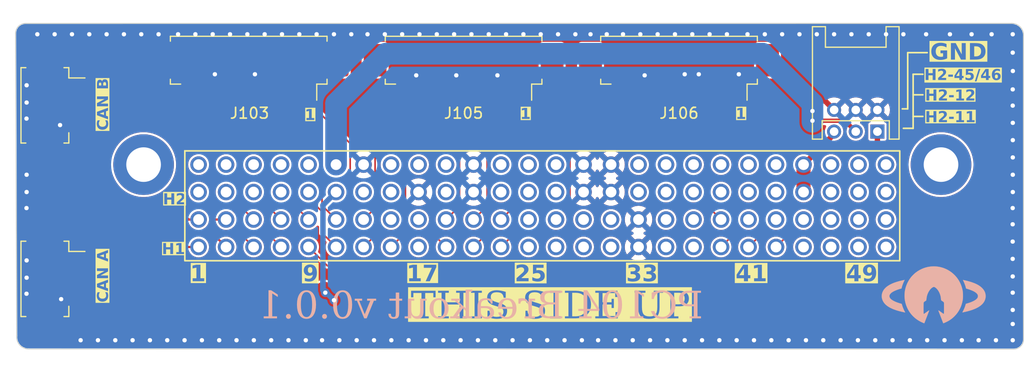
<source format=kicad_pcb>
(kicad_pcb (version 20240108) (generator "pcbnew") (generator_version "8.0")
  (layers (0 "F.Cu" signal) (31 "B.Cu" power) (34 "B.Paste" user) (35 "F.Paste" user) (36 "B.SilkS" user "B.Silkscreen") (37 "F.SilkS" user "F.Silkscreen") (38 "B.Mask" user) (39 "F.Mask" user) (44 "Edge.Cuts" user))
  (net 0 "")
  (net 1 "/CAN_A_N")
  (net 2 "/CAN_B_N")
  (net 3 "/CAN_A_P")
  (net 4 "/CAN_B_P")
  (net 5 "/UART_0_0")
  (net 6 "/UART_1_0")
  (net 7 "/UART_0_1")
  (net 8 "/UART_1_1")
  (net 10 "/SPI_MOSI")
  (net 11 "/SPI_CLK")
  (net 12 "/SPI_MISO")
  (net 13 "/UART_2_0")
  (net 14 "/PPS")
  (net 15 "/UART_2_1")
  (net 19 "/UART_3_0")
  (net 20 "/UART_3_1")
  (net 21 "/I2C_1_SCL")
  (net 22 "/UART_4_0")
  (net 23 "/I2C_1_SDA")
  (net 24 "/UART_4_1")
  (net 30 "GND")
  (net 35 "/UART_5_1")
  (net 36 "/UART_5_0")
  (net 37 "/I2C_0_SDA")
  (net 39 "/I2C_0_SCL")
  (net 57 "/VBAT_L1")
  (net 58 "/VBAT_L2")
  (net 66 "/SPI_CS")
  (net 80 "/VBAT_L0")
  (footprint "Connector_Molex:Molex_PicoBlade_53261-1071_1x10-1MP_P1.25mm_Horizontal" (layer "F.Cu") (at 123.025 67.3 180)
    (property "Reference" "J103")
    (property "Value" "Molex_PicoBlade_1x10_Horizontal")
  )
  (footprint "Connector_Molex:Molex_PicoBlade_53261-1071_1x10-1MP_P1.25mm_Horizontal" (layer "F.Cu") (at 142.875 67.3 180)
    (property "Reference" "J105")
    (property "Value" "Molex_PicoBlade_1x10_Horizontal")
  )
  (footprint "Connector_Molex:Molex_PicoBlade_53261-0471_1x04-1MP_P1.25mm_Horizontal" (layer "F.Cu") (at 104.7 87.025 -90)
    (property "Reference" "J102" (hide yes))
    (property "Value" "1x4_Molex_PicoBlade_Hor")
  )
  (footprint "PC104-FlatSat:PC_104" (layer "F.Cu") (at 151.415441 80.266235)
    (property "Reference" "H101" (hide yes))
    (property "Value" "PC_104" (hide yes))
  )
  (footprint "Connector_Molex:Molex_PicoBlade_53261-0471_1x04-1MP_P1.25mm_Horizontal" (layer "F.Cu") (at 104.7 70.975 -90)
    (property "Reference" "J101" (hide yes))
    (property "Value" "1x4_Molex_PicoBlade_Hor")
  )
  (footprint "lsf-kicad-lib:hrs-df11-6dp-2ds" (layer "F.Cu") (at 181.1 73.4)
    (property "Reference" "J104" (hide yes))
    (property "Value" "DF11-6DP_Horizontal")
  )
  (footprint "Connector_Molex:Molex_PicoBlade_53261-1071_1x10-1MP_P1.25mm_Horizontal" (layer "F.Cu") (at 162.775 67.3 180)
    (property "Reference" "J106")
    (property "Value" "Molex_PicoBlade_1x10_Horizontal")
  )
  (footprint "lsf-kicad-lib:lsf-logo-10x6" (layer "B.Cu") (at 186.3 88.5 180)
    (property "Reference" "REF**" (hide yes))
    (property "Value" "lsf-logo-10x6" (hide yes))
  )
  (gr_line (start 184.4 68.1) (end 185.3 68.1) (stroke (width 0.15)) (layer "F.SilkS"))
  (gr_line (start 184.4 73.1) (end 184.4 68.1) (stroke (width 0.15)) (layer "F.SilkS"))
  (gr_line (start 183.5 73.1) (end 184.4 73.1) (stroke (width 0.15)) (layer "F.SilkS"))
  (gr_line (start 184.4 70) (end 185.3 70) (stroke (width 0.15)) (layer "F.SilkS"))
  (gr_line (start 184.4 72) (end 185.3 72) (stroke (width 0.15)) (layer "F.SilkS"))
  (gr_line (start 183.9 66.1) (end 185.7 66.1) (stroke (width 0.15)) (layer "F.SilkS"))
  (gr_line (start 183.9 71.3) (end 183.9 66.1) (stroke (width 0.15)) (layer "F.SilkS"))
  (gr_line (start 183.4 71.3) (end 183.9 71.3) (stroke (width 0.15)) (layer "F.SilkS"))
  (gr_line (start 193.495441 63.395464) (end 102.417395 63.4) (stroke (width 0.1)) (layer "Edge.Cuts"))
  (gr_arc (start 193.495441 63.395464) (mid 194.311056 63.755153) (end 194.595441 64.6) (stroke (width 0.1)) (layer "Edge.Cuts"))
  (gr_line (start 101.6 92.3) (end 101.495441 64.321954) (stroke (width 0.1)) (layer "Edge.Cuts"))
  (gr_line (start 194.6 92.6) (end 194.595441 64.6) (stroke (width 0.1)) (layer "Edge.Cuts"))
  (gr_line (start 102.7 93.504535) (end 193.678046 93.521954) (stroke (width 0.1)) (layer "Edge.Cuts"))
  (gr_arc (start 101.495441 64.321954) (mid 101.765456 63.669997) (end 102.417395 63.4) (stroke (width 0.1)) (layer "Edge.Cuts"))
  (gr_arc (start 102.7 93.504535) (mid 101.884424 93.144812) (end 101.6 92.3) (stroke (width 0.1)) (layer "Edge.Cuts"))
  (gr_arc (start 194.6 92.6) (mid 194.329942 93.251896) (end 193.678046 93.521954) (stroke (width 0.1)) (layer "Edge.Cuts"))
  (gr_text "PC104 Breakout v0.0.1" (at 165 91.1 0) (layer "B.SilkS") (effects (font (size 2.5 2.5)) (justify left bottom mirror)))
  (gr_text "H2-45/46" (at 185.426937 68.8 0) (layer "F.SilkS" knockout) (effects (font (size 1 1) (thickness 0.2) (bold yes)) (justify left bottom)))
  (gr_text "25" (at 147.6 87.5 0) (layer "F.SilkS" knockout) (effects (font (size 1.5 1.5) (thickness 0.3) (bold yes)) (justify left bottom)))
  (gr_text "GND" (at 185.974529 67 0) (layer "F.SilkS" knockout) (effects (font (size 1.5 1.5) (thickness 0.2) (bold yes)) (justify left bottom)))
  (gr_text "H2-12" (at 185.5 70.7 0) (layer "F.SilkS" knockout) (effects (font (size 1 1) (thickness 0.2) (bold yes)) (justify left bottom)))
  (gr_text "17" (at 137.6 87.5 0) (layer "F.SilkS" knockout) (effects (font (size 1.5 1.5) (thickness 0.2) (bold yes)) (justify left bottom)))
  (gr_text "1" (at 168 72.4 0) (layer "F.SilkS" knockout) (effects (font (size 1 1) (thickness 0.2) (bold yes)) (justify left bottom)))
  (gr_text "1" (at 148.1 72.4 0) (layer "F.SilkS" knockout) (effects (font (size 1 1) (thickness 0.2) (bold yes)) (justify left bottom)))
  (gr_text "H2-11" (at 185.5 72.7 0) (layer "F.SilkS" knockout) (effects (font (size 1 1) (thickness 0.2) (bold yes)) (justify left bottom)))
  (gr_text "THIS SIDE UP" (at 137.990759 91.1 0) (layer "F.SilkS" knockout) (effects (font (size 2.5 2.5)) (justify left bottom)))
  (gr_text "H2" (at 115.1 80.3 0) (layer "F.SilkS" knockout) (effects (font (size 1 1) (thickness 0.2) (bold yes)) (justify left bottom)))
  (gr_text "49" (at 178.2 87.5 0) (layer "F.SilkS" knockout) (effects (font (size 1.5 1.5) (thickness 0.2) (bold yes)) (justify left bottom)))
  (gr_text "CAN A" (at 110.2 89.2 90) (layer "F.SilkS" knockout) (effects (font (size 1 1) (thickness 0.2) (bold yes)) (justify left bottom)))
  (gr_text "1" (at 117.6 87.5 0) (layer "F.SilkS" knockout) (effects (font (size 1.5 1.5) (thickness 0.2) (bold yes)) (justify left bottom)))
  (gr_text "9" (at 128 87.5 0) (layer "F.SilkS" knockout) (effects (font (size 1.5 1.5) (thickness 0.3) (bold yes)) (justify left bottom)))
  (gr_text "H1" (at 115 84.9 0) (layer "F.SilkS" knockout) (effects (font (size 1 1) (thickness 0.2) (bold yes)) (justify left bottom)))
  (gr_text "CAN B" (at 110.2 73.3 90) (layer "F.SilkS" knockout) (effects (font (size 1 1) (thickness 0.2) (bold yes)) (justify left bottom)))
  (gr_text "33" (at 157.9 87.5 0) (layer "F.SilkS" knockout) (effects (font (size 1.5 1.5) (thickness 0.3) (bold yes)) (justify left bottom)))
  (gr_text "1" (at 128.2 72.5 0) (layer "F.SilkS" knockout) (effects (font (size 1 1) (thickness 0.2) (bold yes)) (justify left bottom)))
  (gr_text "41" (at 168 87.5 0) (layer "F.SilkS" knockout) (effects (font (size 1.5 1.5) (thickness 0.3) (bold yes)) (justify left bottom)))
  (segment (start 108.700001 87.25) (end 108.300001 87.65) (width 0.2) (layer "F.Cu") (net 1))
  (segment (start 116.573765 84.076235) (end 116.15 84.5) (width 0.2) (layer "F.Cu") (net 1))
  (segment (start 116.15 84.5) (end 113.4682 84.5) (width 0.2) (layer "F.Cu") (net 1))
  (segment (start 118.395441 84.076235) (end 116.573765 84.076235) (width 0.2) (layer "F.Cu") (net 1))
  (segment (start 110.7182 87.25) (end 108.700001 87.25) (width 0.2) (layer "F.Cu") (net 1))
  (segment (start 108.300001 87.65) (end 107.1 87.65) (width 0.2) (layer "F.Cu") (net 1))
  (segment (start 113.4682 84.5) (end 110.7182 87.25) (width 0.2) (layer "F.Cu") (net 1))
  (segment (start 109 71.4) (end 108.500001 71.4) (width 0.2) (layer "F.Cu") (net 2))
  (segment (start 108.500001 71.4) (end 108.300001 71.6) (width 0.2) (layer "F.Cu") (net 2))
  (segment (start 109.475 71.875) (end 109 71.4) (width 0.2) (layer "F.Cu") (net 2))
  (segment (start 116.95 81) (end 111.1318 81) (width 0.2) (layer "F.Cu") (net 2))
  (segment (start 108.300001 71.6) (end 107.1 71.6) (width 0.2) (layer "F.Cu") (net 2))
  (segment (start 118.395441 81.536235) (end 117.486235 81.536235) (width 0.2) (layer "F.Cu") (net 2))
  (segment (start 111.1318 81) (end 109.475 79.3432) (width 0.2) (layer "F.Cu") (net 2))
  (segment (start 117.486235 81.536235) (end 116.95 81) (width 0.2) (layer "F.Cu") (net 2))
  (segment (start 109.475 79.3432) (end 109.475 71.875) (width 0.2) (layer "F.Cu") (net 2))
  (segment (start 116.75 82.95) (end 115.8 83.9) (width 0.2) (layer "F.Cu") (net 3))
  (segment (start 115.8 83.9) (end 113.4318 83.9) (width 0.2) (layer "F.Cu") (net 3))
  (segment (start 110.5318 86.8) (end 108.700001 86.8) (width 0.2) (layer "F.Cu") (net 3))
  (segment (start 113.4318 83.9) (end 110.5318 86.8) (width 0.2) (layer "F.Cu") (net 3))
  (segment (start 108.300001 86.4) (end 107.1 86.4) (width 0.2) (layer "F.Cu") (net 3))
  (segment (start 120.935441 84.076235) (end 119.809206 82.95) (width 0.2) (layer "F.Cu") (net 3))
  (segment (start 119.809206 82.95) (end 116.75 82.95) (width 0.2) (layer "F.Cu") (net 3))
  (segment (start 108.700001 86.8) (end 108.300001 86.4) (width 0.2) (layer "F.Cu") (net 3))
  (segment (start 109.925 71.7068) (end 109.1182 70.9) (width 0.2) (layer "F.Cu") (net 4))
  (segment (start 108.15 70.35) (end 107.1 70.35) (width 0.2) (layer "F.Cu") (net 4))
  (segment (start 119.897336 81.536235) (end 118.711101 80.35) (width 0.2) (layer "F.Cu") (net 4))
  (segment (start 120.935441 81.536235) (end 119.897336 81.536235) (width 0.2) (layer "F.Cu") (net 4))
  (segment (start 108.7 70.9) (end 108.15 70.35) (width 0.2) (layer "F.Cu") (net 4))
  (segment (start 111.1182 80.35) (end 109.925 79.1568) (width 0.2) (layer "F.Cu") (net 4))
  (segment (start 109.925 79.1568) (end 109.925 71.7068) (width 0.2) (layer "F.Cu") (net 4))
  (segment (start 118.711101 80.35) (end 111.1182 80.35) (width 0.2) (layer "F.Cu") (net 4))
  (segment (start 109.1182 70.9) (end 108.7 70.9) (width 0.2) (layer "F.Cu") (net 4))
  (segment (start 119.5 75.997127) (end 119.5 79.9) (width 0.15) (layer "F.Cu") (net 5))
  (segment (start 117.4 73.897127) (end 119.5 75.997127) (width 0.15) (layer "F.Cu") (net 5))
  (segment (start 120 80.4) (end 121.265746 80.4) (width 0.15) (layer "F.Cu") (net 5))
  (segment (start 122.1 81.234254) (end 122.1 82.700794) (width 0.15) (layer "F.Cu") (net 5))
  (segment (start 122.1 82.700794) (end 123.475441 84.076235) (width 0.15) (layer "F.Cu") (net 5))
  (segment (start 121.265746 80.4) (end 122.1 81.234254) (width 0.15) (layer "F.Cu") (net 5))
  (segment (start 119.5 79.9) (end 120 80.4) (width 0.15) (layer "F.Cu") (net 5))
  (segment (start 117.4 69.7) (end 117.4 73.897127) (width 0.15) (layer "F.Cu") (net 5))
  (segment (start 123.475441 81.536235) (end 122.1 80.160794) (width 0.15) (layer "F.Cu") (net 6))
  (segment (start 121.15 74.85) (end 121.15 69.7) (width 0.15) (layer "F.Cu") (net 6))
  (segment (start 122.1 75.8) (end 121.15 74.85) (width 0.15) (layer "F.Cu") (net 6))
  (segment (start 122.1 80.160794) (end 122.1 75.8) (width 0.15) (layer "F.Cu") (net 6))
  (segment (start 122.4 81) (end 122.4 82.3) (width 0.15) (layer "F.Cu") (net 7))
  (segment (start 120.2 80.1) (end 121.5 80.1) (width 0.15) (layer "F.Cu") (net 7))
  (segment (start 118.65 69.7) (end 118.65 74.65) (width 0.15) (layer "F.Cu") (net 7))
  (segment (start 124.839206 82.9) (end 126.015441 84.076235) (width 0.15) (layer "F.Cu") (net 7))
  (segment (start 121.5 80.1) (end 122.4 81) (width 0.15) (layer "F.Cu") (net 7))
  (segment (start 119.898441 75.898441) (end 119.898441 79.798441) (width 0.15) (layer "F.Cu") (net 7))
  (segment (start 123 82.9) (end 124.839206 82.9) (width 0.15) (layer "F.Cu") (net 7))
  (segment (start 118.65 74.65) (end 119.898441 75.898441) (width 0.15) (layer "F.Cu") (net 7))
  (segment (start 119.898441 79.798441) (end 120.2 80.1) (width 0.15) (layer "F.Cu") (net 7))
  (segment (start 122.4 82.3) (end 123 82.9) (width 0.15) (layer "F.Cu") (net 7))
  (segment (start 124.779206 80.3) (end 122.8 80.3) (width 0.15) (layer "F.Cu") (net 8))
  (segment (start 122.8 80.3) (end 122.4 79.9) (width 0.15) (layer "F.Cu") (net 8))
  (segment (start 122.4 79.9) (end 122.4 69.7) (width 0.15) (layer "F.Cu") (net 8))
  (segment (start 126.015441 81.536235) (end 124.779206 80.3) (width 0.15) (layer "F.Cu") (net 8))
  (segment (start 127.219206 80.2) (end 125.2 80.2) (width 0.15) (layer "F.Cu") (net 10))
  (segment (start 124.9 79.9) (end 124.9 69.7) (width 0.15) (layer "F.Cu") (net 10))
  (segment (start 125.2 80.2) (end 124.9 79.9) (width 0.15) (layer "F.Cu") (net 10))
  (segment (start 128.555441 81.536235) (end 127.219206 80.2) (width 0.15) (layer "F.Cu") (net 10))
  (segment (start 126.15 69.7) (end 126.15 74.35) (width 0.15) (layer "F.Cu") (net 11))
  (segment (start 129.8 82.780794) (end 131.095441 84.076235) (width 0.15) (layer "F.Cu") (net 11))
  (segment (start 127.3 75.5) (end 127.3 79.4) (width 0.15) (layer "F.Cu") (net 11))
  (segment (start 127.3 79.4) (end 128.1 80.2) (width 0.15) (layer "F.Cu") (net 11))
  (segment (start 126.15 74.35) (end 127.3 75.5) (width 0.15) (layer "F.Cu") (net 11))
  (segment (start 128.1 80.2) (end 129.2 80.2) (width 0.15) (layer "F.Cu") (net 11))
  (segment (start 129.2 80.2) (end 129.8 80.8) (width 0.15) (layer "F.Cu") (net 11))
  (segment (start 129.8 80.8) (end 129.8 82.780794) (width 0.15) (layer "F.Cu") (net 11))
  (segment (start 129.8 80.240794) (end 129.8 73.7) (width 0.15) (layer "F.Cu") (net 12))
  (segment (start 129.8 73.7) (end 127.4 71.3) (width 0.15) (layer "F.Cu") (net 12))
  (segment (start 127.4 71.3) (end 127.4 69.7) (width 0.15) (layer "F.Cu") (net 12))
  (segment (start 131.095441 81.536235) (end 129.8 80.240794) (width 0.15) (layer "F.Cu") (net 12))
  (segment (start 138.9 72.6) (end 139.75 71.75) (width 0.15) (layer "F.Cu") (net 13))
  (segment (start 137.8 72.6) (end 138.9 72.6) (width 0.15) (layer "F.Cu") (net 13))
  (segment (start 139.75 71.75) (end 139.75 69.7) (width 0.15) (layer "F.Cu") (net 13))
  (segment (start 135.138441 82.573235) (end 135.138441 75.261559) (width 0.15) (layer "F.Cu") (net 13))
  (segment (start 133.635441 84.076235) (end 135.138441 82.573235) (width 0.15) (layer "F.Cu") (net 13))
  (segment (start 135.138441 75.261559) (end 137.8 72.6) (width 0.15) (layer "F.Cu") (net 13))
  (segment (start 134.7 80.471676) (end 134.7 75) (width 0.15) (layer "F.Cu") (net 14))
  (segment (start 133.635441 81.536235) (end 134.7 80.471676) (width 0.15) (layer "F.Cu") (net 14))
  (segment (start 134.7 75) (end 137.25 72.45) (width 0.15) (layer "F.Cu") (net 14))
  (segment (start 137.25 72.45) (end 137.25 69.7) (width 0.15) (layer "F.Cu") (net 14))
  (segment (start 141 71.2) (end 139.2 73) (width 0.15) (layer "F.Cu") (net 15))
  (segment (start 137.5 73.8) (end 137.5 82.751676) (width 0.15) (layer "F.Cu") (net 15))
  (segment (start 141 69.7) (end 141 71.2) (width 0.15) (layer "F.Cu") (net 15))
  (segment (start 137.5 82.751676) (end 136.175441 84.076235) (width 0.15) (layer "F.Cu") (net 15))
  (segment (start 138.3 73) (end 137.5 73.8) (width 0.15) (layer "F.Cu") (net 15))
  (segment (start 139.2 73) (end 138.3 73) (width 0.15) (layer "F.Cu") (net 15))
  (segment (start 140.218441 83.039235) (end 140.218441 73.881559) (width 0.15) (layer "F.Cu") (net 19))
  (segment (start 142.7 73.1) (end 143.5 72.3) (width 0.15) (layer "F.Cu") (net 19))
  (segment (start 141.255441 84.076235) (end 140.218441 83.039235) (width 0.15) (layer "F.Cu") (net 19))
  (segment (start 143.5 72.3) (end 143.5 69.7) (width 0.15) (layer "F.Cu") (net 19))
  (segment (start 140.218441 73.881559) (end 141 73.1) (width 0.15) (layer "F.Cu") (net 19))
  (segment (start 141 73.1) (end 142.7 73.1) (width 0.15) (layer "F.Cu") (net 19))
  (segment (start 144.75 71.65) (end 142.5 73.9) (width 0.15) (layer "F.Cu") (net 20))
  (segment (start 144.75 69.7) (end 144.75 71.65) (width 0.15) (layer "F.Cu") (net 20))
  (segment (start 142.5 73.9) (end 142.5 80.291676) (width 0.15) (layer "F.Cu") (net 20))
  (segment (start 142.5 80.291676) (end 141.255441 81.536235) (width 0.15) (layer "F.Cu") (net 20))
  (segment (start 157.15 71.35) (end 157.15 69.7) (width 0.15) (layer "F.Cu") (net 21))
  (segment (start 145.298441 82.573235) (end 146.764981 82.573235) (width 0.15) (layer "F.Cu") (net 21))
  (segment (start 150.3 79.038216) (end 150.3 75.2) (width 0.15) (layer "F.Cu") (net 21))
  (segment (start 156.3 72.2) (end 157.15 71.35) (width 0.15) (layer "F.Cu") (net 21))
  (segment (start 150.3 75.2) (end 153.3 72.2) (width 0.15) (layer "F.Cu") (net 21))
  (segment (start 146.764981 82.573235) (end 147.8 81.538216) (width 0.15) (layer "F.Cu") (net 21))
  (segment (start 143.795441 84.076235) (end 145.298441 82.573235) (width 0.15) (layer "F.Cu") (net 21))
  (segment (start 147.8 80.9) (end 148.666765 80.033235) (width 0.15) (layer "F.Cu") (net 21))
  (segment (start 147.8 81.538216) (end 147.8 80.9) (width 0.15) (layer "F.Cu") (net 21))
  (segment (start 149.304981 80.033235) (end 150.3 79.038216) (width 0.15) (layer "F.Cu") (net 21))
  (segment (start 153.3 72.2) (end 156.3 72.2) (width 0.15) (layer "F.Cu") (net 21))
  (segment (start 148.666765 80.033235) (end 149.304981 80.033235) (width 0.15) (layer "F.Cu") (net 21))
  (segment (start 145.05 73.85) (end 147.25 71.65) (width 0.15) (layer "F.Cu") (net 22))
  (segment (start 145.05 80.281676) (end 145.05 73.85) (width 0.15) (layer "F.Cu") (net 22))
  (segment (start 147.25 71.65) (end 147.25 69.7) (width 0.15) (layer "F.Cu") (net 22))
  (segment (start 143.795441 81.536235) (end 145.05 80.281676) (width 0.15) (layer "F.Cu") (net 22))
  (segment (start 152 80.3) (end 150.7 80.3) (width 0.15) (layer "F.Cu") (net 23))
  (segment (start 150.1 82.2) (end 149.4 82.9) (width 0.15) (layer "F.Cu") (net 23))
  (segment (start 147.511676 82.9) (end 146.335441 84.076235) (width 0.15) (layer "F.Cu") (net 23))
  (segment (start 150.7 80.3) (end 150.1 80.9) (width 0.15) (layer "F.Cu") (net 23))
  (segment (start 149.4 82.9) (end 147.511676 82.9) (width 0.15) (layer "F.Cu") (net 23))
  (segment (start 158.4 69.7) (end 158.4 71.2) (width 0.15) (layer "F.Cu") (net 23))
  (segment (start 150.1 80.9) (end 150.1 82.2) (width 0.15) (layer "F.Cu") (net 23))
  (segment (start 156.9 72.7) (end 154.5 72.7) (width 0.15) (layer "F.Cu") (net 23))
  (segment (start 158.4 71.2) (end 156.9 72.7) (width 0.15) (layer "F.Cu") (net 23))
  (segment (start 152.7 74.5) (end 152.7 79.6) (width 0.15) (layer "F.Cu") (net 23))
  (segment (start 154.5 72.7) (end 152.7 74.5) (width 0.15) (layer "F.Cu") (net 23))
  (segment (start 152.7 79.6) (end 152 80.3) (width 0.15) (layer "F.Cu") (net 23))
  (segment (start 147.6 80.271676) (end 146.335441 81.536235) (width 0.15) (layer "F.Cu") (net 24))
  (segment (start 148.5 71.7) (end 147.6 72.6) (width 0.15) (layer "F.Cu") (net 24))
  (segment (start 147.6 72.6) (end 147.6 80.271676) (width 0.15) (layer "F.Cu") (net 24))
  (segment (start 148.5 69.7) (end 148.5 71.7) (width 0.15) (layer "F.Cu") (net 24))
  (segment (start 163.4 69.7) (end 163.4 68.2) (width 0.5) (layer "F.Cu") (net 30))
  (segment (start 159.65 68.25) (end 159.6 68.2) (width 0.5) (layer "F.Cu") (net 30))
  (segment (start 123.65 69.7) (end 123.65 68.15) (width 0.5) (layer "F.Cu") (net 30))
  (segment (start 123.65 68.15) (end 123.6 68.1) (width 0.5) (layer "F.Cu") (net 30))
  (segment (start 138.5 69.7) (end 138.5 68.2) (width 0.5) (layer "F.Cu") (net 30))
  (segment (start 107.1 88.9) (end 105.7 88.9) (width 0.5) (layer "F.Cu") (net 30))
  (segment (start 168.4 68.2) (end 168.3 68.1) (width 0.5) (layer "F.Cu") (net 30))
  (segment (start 142.25 68.25) (end 142.2 68.2) (width 0.5) (layer "F.Cu") (net 30))
  (segment (start 146 69.7) (end 146 68.2) (width 0.5) (layer "F.Cu") (net 30))
  (segment (start 119.9 69.7) (end 119.9 68.1) (width 0.5) (layer "F.Cu") (net 30))
  (segment (start 105.65 72.85) (end 105.6 72.8) (width 0.5) (layer "F.Cu") (net 30))
  (segment (start 168.4 69.7) (end 168.4 68.2) (width 0.5) (layer "F.Cu") (net 30))
  (segment (start 142.25 69.7) (end 142.25 68.25) (width 0.5) (layer "F.Cu") (net 30))
  (segment (start 164.65 69.7) (end 164.65 68.15) (width 0.5) (layer "F.Cu") (net 30))
  (segment (start 159.65 69.7) (end 159.65 68.25) (width 0.5) (layer "F.Cu") (net 30))
  (segment (start 163.4 68.2) (end 163.3 68.1) (width 0.5) (layer "F.Cu") (net 30))
  (segment (start 107.1 72.85) (end 105.65 72.85) (width 0.5) (layer "F.Cu") (net 30))
  (segment (start 164.65 68.15) (end 164.6 68.1) (width 0.5) (layer "F.Cu") (net 30))
  (via (at 145.8 92.7) (size 0.8) (drill 0.4) (layers "F.Cu" "B.Cu") (net 30))
  (via (at 150.6 92.7) (size 0.8) (drill 0.4) (layers "F.Cu" "B.Cu") (net 30))
  (via (at 178.7 64.4) (size 0.8) (drill 0.4) (layers "F.Cu" "B.Cu") (net 30))
  (via (at 136.2 92.7) (size 0.8) (drill 0.4) (layers "F.Cu" "B.Cu") (net 30))
  (via (at 102.511339 78.993204) (size 0.8) (drill 0.4) (layers "F.Cu" "B.Cu") (net 30))
  (via (at 193.595441 80.476235) (size 0.8) (drill 0.4) (layers "F.Cu" "B.Cu") (net 30))
  (via (at 142.6 92.7) (size 0.8) (drill 0.4) (layers "F.Cu" "B.Cu") (net 30))
  (via (at 182.5 92.7) (size 0.8) (drill 0.4) (layers "F.Cu" "B.Cu") (net 30))
  (via (at 174.5 92.7) (size 0.8) (drill 0.4) (layers "F.Cu" "B.Cu") (net 30))
  (via (at 138.8 64.4) (size 0.8) (drill 0.4) (layers "F.Cu" "B.Cu") (net 30))
  (via (at 143.6 64.4) (size 0.8) (drill 0.4) (layers "F.Cu" "B.Cu") (net 30))
  (via (at 173.9 64.4) (size 0.8) (drill 0.4) (layers "F.Cu" "B.Cu") (net 30))
  (via (at 119.7 64.4) (size 0.8) (drill 0.4) (layers "F.Cu" "B.Cu") (net 30))
  (via (at 164 64.4) (size 0.8) (drill 0.4) (layers "F.Cu" "B.Cu") (net 30))
  (via (at 127.7 64.4) (size 0.8) (drill 0.4) (layers "F.Cu" "B.Cu") (net 30))
  (via (at 169.7 92.7) (size 0.8) (drill 0.4) (layers "F.Cu" "B.Cu") (net 30))
  (via (at 152.2 92.7) (size 0.8) (drill 0.4) (layers "F.Cu" "B.Cu") (net 30))
  (via (at 105.1 64.4) (size 0.8) (drill 0.4) (layers "F.Cu" "B.Cu") (net 30))
  (via (at 151.6 64.4) (size 0.8) (drill 0.4) (layers "F.Cu" "B.Cu") (net 30))
  (via (at 169.1 64.4) (size 0.8) (drill 0.4) (layers "F.Cu" "B.Cu") (net 30))
  (via (at 124.5 64.4) (size 0.8) (drill 0.4) (layers "F.Cu" "B.Cu") (net 30))
  (via (at 159.6 68.2) (size 0.8) (drill 0.4) (layers "F.Cu" "B.Cu") (net 30))
  (via (at 115.5 92.7) (size 0.8) (drill 0.4) (layers "F.Cu" "B.Cu") (net 30))
  (via (at 167.2 64.4) (size 0.8) (drill 0.4) (layers "F.Cu" "B.Cu") (net 30))
  (via (at 105.7 88.9) (size 0.8) (drill 0.4) (layers "F.Cu" "B.Cu") (net 30))
  (via (at 175.5 64.4) (size 0.8) (drill 0.4) (layers "F.Cu" "B.Cu") (net 30))
  (via (at 103.5 64.4) (size 0.8) (drill 0.4) (layers "F.Cu" "B.Cu") (net 30))
  (via (at 189.8 64.4) (size 0.8) (drill 0.4) (layers "F.Cu" "B.Cu") (net 30))
  (via (at 102.5 80.476235) (size 0.8) (drill 0.4) (layers "F.Cu" "B.Cu") (net 30))
  (via (at 121.3 64.4) (size 0.8) (drill 0.4) (layers "F.Cu" "B.Cu") (net 30))
  (via (at 129.8 92.7) (size 0.8) (drill 0.4) (layers "F.Cu" "B.Cu") (net 30))
  (via (at 144.2 92.7) (size 0.8) (drill 0.4) (layers "F.Cu" "B.Cu") (net 30))
  (via (at 102.511339 77.393204) (size 0.8) (drill 0.4) (layers "F.Cu" "B.Cu") (net 30))
  (via (at 191.65 64.4) (size 0.8) (drill 0.4) (layers "F.Cu" "B.Cu") (net 30))
  (via (at 187.3 92.7) (size 0.8) (drill 0.4) (layers "F.Cu" "B.Cu") (net 30))
  (via (at 180.3 64.4) (size 0.8) (drill 0.4) (layers "F.Cu" "B.Cu") (net 30))
  (via (at 185.7 92.7) (size 0.8) (drill 0.4) (layers "F.Cu" "B.Cu") (net 30))
  (via (at 111.5 64.4) (size 0.8) (drill 0.4) (layers "F.Cu" "B.Cu") (net 30))
  (via (at 180.9 92.7) (size 0.8) (drill 0.4) (layers "F.Cu" "B.Cu") (net 30))
  (via (at 183.5 64.4) (size 0.8) (drill 0.4) (layers "F.Cu" "B.Cu") (net 30))
  (via (at 109.1 92.7) (size 0.8) (drill 0.4) (layers "F.Cu" "B.Cu") (net 30))
  (via (at 165.6 64.4) (size 0.8) (drill 0.4) (layers "F.Cu" "B.Cu") (net 30))
  (via (at 146 68.2) (size 0.8) (drill 0.4) (layers "F.Cu" "B.Cu") (net 30))
  (via (at 116.5 64.4) (size 0.8) (drill 0.4) (layers "F.Cu" "B.Cu") (net 30))
  (via (at 130.9 64.4) (size 0.8) (drill 0.4) (layers "F.Cu" "B.Cu") (net 30))
  (via (at 114.7 64.4) (size 0.8) (drill 0.4) (layers "F.Cu" "B.Cu") (net 30))
  (via (at 164.9 92.7) (size 0.8) (drill 0.4) (layers "F.Cu" "B.Cu") (net 30))
  (via (at 193.6 92.7) (size 0.8) (drill 0.4) (layers "F.Cu" "B.Cu") (net 30))
  (via (at 145.2 64.4) (size 0.8) (drill 0.4) (layers "F.Cu" "B.Cu") (net 30))
  (via (at 193.6 91.2) (size 0.8) (drill 0.4) (layers "F.Cu" "B.Cu") (net 30))
  (via (at 119.9 68.1) (size 0.8) (drill 0.4) (layers "F.Cu" "B.Cu") (net 30))
  (via (at 154.6 64.4) (size 0.8) (drill 0.4) (layers "F.Cu" "B.Cu") (net 30))
  (via (at 193.60678 72.593204) (size 0.8) (drill 0.4) (layers "F.Cu" "B.Cu") (net 30))
  (via (at 121.9 92.7) (size 0.8) (drill 0.4) (layers "F.Cu" "B.Cu") (net 30))
  (via (at 131.4 92.7) (size 0.8) (drill 0.4) (layers "F.Cu" "B.Cu") (net 30))
  (via (at 102.5 88.4) (size 0.8) (drill 0.4) (layers "F.Cu" "B.Cu") (net 30))
  (via (at 193.60678 77.393204) (size 0.8) (drill 0.4) (layers "F.Cu" "B.Cu") (net 30))
  (via (at 160.8 64.4) (size 0.8) (drill 0.4) (layers "F.Cu" "B.Cu") (net 30))
  (via (at 193.60678 75.793204) (size 0.8) (drill 0.4) (layers "F.Cu" "B.Cu") (net 30))
  (via (at 164.6 68.1) (size 0.8) (drill 0.4) (layers "F.Cu" "B.Cu") (net 30))
  (via (at 193.6 69.5) (size 0.8) (drill 0.4) (layers "F.Cu" "B.Cu") (net 30))
  (via (at 153.2 64.4) (size 0.8) (drill 0.4) (layers "F.Cu" "B.Cu") (net 30))
  (via (at 140.4 64.4) (size 0.8) (drill 0.4) (layers "F.Cu" "B.Cu") (net 30))
  (via (at 137.8 92.7) (size 0.8) (drill 0.4) (layers "F.Cu" "B.Cu") (net 30))
  (via (at 149 92.7) (size 0.8) (drill 0.4) (layers "F.Cu" "B.Cu") (net 30))
  (via (at 132.5 64.4) (size 0.8) (drill 0.4) (layers "F.Cu" "B.Cu") (net 30))
  (via (at 193.6 88.3) (size 0.8) (drill 0.4) (layers "F.Cu" "B.Cu") (net 30))
  (via (at 177.7 92.7) (size 0.8) (drill 0.4) (layers "F.Cu" "B.Cu") (net 30))
  (via (at 138.5 68.2) (size 0.8) (drill 0.4) (layers "F.Cu" "B.Cu") (net 30))
  (via (at 155.3 92.7) (size 0.8) (drill 0.4) (layers "F.Cu" "B.Cu") (net 30))
  (via (at 156.1 64.4) (size 0.8) (drill 0.4) (layers "F.Cu" "B.Cu") (net 30))
  (via (at 129.3 64.4) (size 0.8) (drill 0.4) (layers "F.Cu" "B.Cu") (net 30))
  (via (at 122.9 64.4) (size 0.8) (drill 0.4) (layers "F.Cu" "B.Cu") (net 30))
  (via (at 123.5 92.7) (size 0.8) (drill 0.4) (layers "F.Cu" "B.Cu") (net 30))
  (via (at 107.5 92.7) (size 0.8) (drill 0.4) (layers "F.Cu" "B.Cu") (net 30))
  (via (at 126.7 92.7) (size 0.8) (drill 0.4) (layers "F.Cu" "B.Cu") (net 30))
  (via (at 139.4 92.7) (size 0.8) (drill 0.4) (layers "F.Cu" "B.Cu") (net 30))
  (via (at 187.8 64.4) (size 0.8) (drill 0.4) (layers "F.Cu" "B.Cu") (net 30))
  (via (at 156.9 92.7) (size 0.8) (drill 0.4) (layers "F.Cu" "B.Cu") (net 30))
  (via (at 193.611339 67.8) (size 0.8) (drill 0.4) (layers "F.Cu" "B.Cu") (net 30))
  (via (at 177.1 64.4) (size 0.8) (drill 0.4) (layers "F.Cu" "B.Cu") (net 30))
  (via (at 142 64.4) (size 0.8) (drill 0.4) (layers "F.Cu" "B.Cu") (net 30))
  (via (at 193.595441 81.976235) (size 0.8) (drill 0.4) (layers "F.Cu" "B.Cu") (net 30))
  (via (at 142.2 68.2) (size 0.8) (drill 0.4) (layers "F.Cu" "B.Cu") (net 30))
  (via (at 134 64.4) (size 0.8) (drill 0.4) (layers "F.Cu" "B.Cu") (net 30))
  (via (at 159.2 64.4) (size 0.8) (drill 0.4) (layers "F.Cu" "B.Cu") (net 30))
  (via (at 179.3 92.7) (size 0.8) (drill 0.4) (layers "F.Cu" "B.Cu") (net 30))
  (via (at 113.1 64.4) (size 0.8) (drill 0.4) (layers "F.Cu" "B.Cu") (net 30))
  (via (at 102.5 72.2) (size 0.8) (drill 0.4) (layers "F.Cu" "B.Cu") (net 30))
  (via (at 134.6 92.7) (size 0.8) (drill 0.4) (layers "F.Cu" "B.Cu") (net 30))
  (via (at 157.6 64.4) (size 0.8) (drill 0.4) (layers "F.Cu" "B.Cu") (net 30))
  (via (at 172.9 92.7) (size 0.8) (drill 0.4) (layers "F.Cu" "B.Cu") (net 30))
  (via (at 102.511339 85.316969) (size 0.8) (drill 0.4) (layers "F.Cu" "B.Cu") (net 30))
  (via (at 126.1 64.4) (size 0.8) (drill 0.4) (layers "F.Cu" "B.Cu") (net 30))
  (via (at 133 92.7) (size 0.8) (drill 0.4) (layers "F.Cu" "B.Cu") (net 30))
  (via (at 123.6 68.1) (size 0.8) (drill 0.4) (layers "F.Cu" "B.Cu") (net 30))
  (via (at 135.6 64.4) (size 0.8) (drill 0.4) (layers "F.Cu" "B.Cu") (net 30))
  (via (at 112.3 92.7) (size 0.8) (drill 0.4) (layers "F.Cu" "B.Cu") (net 30))
  (via (at 102.511339 70.716969) (size 0.8) (drill 0.4) (layers "F.Cu" "B.Cu") (net 30))
  (via (at 102.511339 69.116969) (size 0.8) (drill 0.4) (layers "F.Cu" "B.Cu") (net 30))
  (via (at 181.9 64.4) (size 0.8) (drill 0.4) (layers "F.Cu" "B.Cu") (net 30))
  (via (at 185.6 64.4) (size 0.8) (drill 0.4) (layers "F.Cu" "B.Cu") (net 30))
  (via (at 118.1 64.4) (size 0.8) (drill 0.4) (layers "F.Cu" "B.Cu") (net 30))
  (via (at 193.6 86.8) (size 0.8) (drill 0.4) (layers "F.Cu" "B.Cu") (net 30))
  (via (at 193.60678 78.993204) (size 0.8) (drill 0.4) (layers "F.Cu" "B.Cu") (net 30))
  (via (at 192.05 92.7) (size 0.8) (drill 0.4) (layers "F.Cu" "B.Cu") (net 30))
  (via (at 141 92.7) (size 0.8) (drill 0.4) (layers "F.Cu" "B.Cu") (net 30))
  (via (at 172.3 64.4) (size 0.8) (drill 0.4) (layers "F.Cu" "B.Cu") (net 30))
  (via (at 160.1 92.7) (size 0.8) (drill 0.4) (layers "F.Cu" "B.Cu") (net 30))
  (via (at 193.595441 83.576235) (size 0.8) (drill 0.4) (layers "F.Cu" "B.Cu") (net 30))
  (via (at 170.7 64.4) (size 0.8) (drill 0.4) (layers "F.Cu" "B.Cu") (net 30))
  (via (at 193.595441 85.176235) (size 0.8) (drill 0.4) (layers "F.Cu" "B.Cu") (net 30))
  (via (at 161.7 92.7) (size 0.8) (drill 0.4) (layers "F.Cu" "B.Cu") (net 30))
  (via (at 193.6 66.1) (size 0.8) (drill 0.4) (layers "F.Cu" "B.Cu") (net 30))
  (via (at 190.45 92.7) (size 0.8) (drill 0.4) (layers "F.Cu" "B.Cu") (net 30))
  (via (at 108.3 64.4) (size 0.8) (drill 0.4) (layers "F.Cu" "B.Cu") (net 30))
  (via (at 176.1 92.7) (size 0.8) (drill 0.4) (layers "F.Cu" "B.Cu") (net 30))
  (via (at 110.7 92.7) (size 0.8) (drill 0.4) (layers "F.Cu" "B.Cu") (net 30))
  (via (at 158.5 92.7) (size 0.8) (drill 0.4) (layers "F.Cu" "B.Cu") (net 30))
  (via (at 117.1 92.7) (size 0.8) (drill 0.4) (layers "F.Cu" "B.Cu") (net 30))
  (via (at 168.1 92.7) (size 0.8) (drill 0.4) (layers "F.Cu" "B.Cu") (net 30))
  (via (at 118.7 92.7) (size 0.8) (drill 0.4) (layers "F.Cu" "B.Cu") (net 30))
  (via (at 193.6 71) (size 0.8) (drill 0.4) (layers "F.Cu" "B.Cu") (net 30))
  (via (at 146.8 64.4) (size 0.8) (drill 0.4) (layers "F.Cu" "B.Cu") (net 30))
  (via (at 168.3 68.1) (size 0.8) (drill 0.4) (layers "F.Cu" "B.Cu") (net 30))
  (via (at 113.9 92.7) (size 0.8) (drill 0.4) (layers "F.Cu" "B.Cu") (net 30))
  (via (at 125.1 92.7) (size 0.8) (drill 0.4) (layers "F.Cu" "B.Cu") (net 30))
  (via (at 148.4 64.4) (size 0.8) (drill 0.4) (layers "F.Cu" "B.Cu") (net 30))
  (via (at 137.2 64.4) (size 0.8) (drill 0.4) (layers "F.Cu" "B.Cu") (net 30))
  (via (at 147.4 92.7) (size 0.8) (drill 0.4) (layers "F.Cu" "B.Cu") (net 30))
  (via (at 188.9 92.7) (size 0.8) (drill 0.4) (layers "F.Cu" "B.Cu") (net 30))
  (via (at 184.1 92.7) (size 0.8) (drill 0.4) (layers "F.Cu" "B.Cu") (net 30))
  (via (at 150 64.4) (size 0.8) (drill 0.4) (layers "F.Cu" "B.Cu") (net 30))
  (via (at 106.7 64.4) (size 0.8) (drill 0.4) (layers "F.Cu" "B.Cu") (net 30))
  (via (at 128.3 92.7) (size 0.8) (drill 0.4) (layers "F.Cu" "B.Cu") (net 30))
  (via (at 105.6 72.8) (size 0.8) (drill 0.4) (layers "F.Cu" "B.Cu") (net 30))
  (via (at 193.6 64.4) (size 0.8) (drill 0.4) (layers "F.Cu" "B.Cu") (net 30))
  (via (at 109.9 64.4) (size 0.8) (drill 0.4) (layers "F.Cu" "B.Cu") (net 30))
  (via (at 153.8 92.7) (size 0.8) (drill 0.4) (layers "F.Cu" "B.Cu") (net 30))
  (via (at 193.6 89.9) (size 0.8) (drill 0.4) (layers "F.Cu" "B.Cu") (net 30))
  (via (at 163.3 68.1) (size 0.8) (drill 0.4) (layers "F.Cu" "B.Cu") (net 30))
  (via (at 166.5 92.7) (size 0.8) (drill 0.4) (layers "F.Cu" "B.Cu") (net 30))
  (via (at 120.3 92.7) (size 0.8) (drill 0.4) (layers "F.Cu" "B.Cu") (net 30))
  (via (at 162.4 64.4) (size 0.8) (drill 0.4) (layers "F.Cu" "B.Cu") (net 30))
  (via (at 163.3 92.7) (size 0.8) (drill 0.4) (layers "F.Cu" "B.Cu") (net 30))
  (via (at 171.3 92.7) (size 0.8) (drill 0.4) (layers "F.Cu" "B.Cu") (net 30))
  (via (at 102.511339 86.916969) (size 0.8) (drill 0.4) (layers "F.Cu" "B.Cu") (net 30))
  (via (at 193.60678 74.193204) (size 0.8) (drill 0.4) (layers "F.Cu" "B.Cu") (net 30))
  (segment (start 162.8 77) (end 162.8 72.3) (width 0.15) (layer "F.Cu") (net 35))
  (segment (start 166.655441 84.076235) (end 167.9 82.831676) (width 0.15) (layer "F.Cu") (net 35))
  (segment (start 167.9 82.831676) (end 167.9 80.7) (width 0.15) (layer "F.Cu") (net 35))
  (segment (start 163.5 77.7) (end 162.8 77) (width 0.15) (layer "F.Cu") (net 35))
  (segment (start 162.15 71.65) (end 162.15 69.7) (width 0.15) (layer "F.Cu") (net 35))
  (segment (start 164.7 77.7) (end 163.5 77.7) (width 0.15) (layer "F.Cu") (net 35))
  (segment (start 165.4 78.4) (end 164.7 77.7) (width 0.15) (layer "F.Cu") (net 35))
  (segment (start 167.9 80.7) (end 167.3 80.1) (width 0.15) (layer "F.Cu") (net 35))
  (segment (start 165.8 80.1) (end 165.4 79.7) (width 0.15) (layer "F.Cu") (net 35))
  (segment (start 167.3 80.1) (end 165.8 80.1) (width 0.15) (layer "F.Cu") (net 35))
  (segment (start 162.8 72.3) (end 162.15 71.65) (width 0.15) (layer "F.Cu") (net 35))
  (segment (start 165.4 79.7) (end 165.4 78.4) (width 0.15) (layer "F.Cu") (net 35))
  (segment (start 161.145901 80.033235) (end 160.5 79.387334) (width 0.15) (layer "F.Cu") (net 36))
  (segment (start 165.152441 80.033235) (end 161.145901 80.033235) (width 0.15) (layer "F.Cu") (net 36))
  (segment (start 160.5 72.4) (end 160.9 72) (width 0.15) (layer "F.Cu") (net 36))
  (segment (start 160.9 72) (end 160.9 69.7) (width 0.15) (layer "F.Cu") (net 36))
  (segment (start 160.5 79.387334) (end 160.5 72.4) (width 0.15) (layer "F.Cu") (net 36))
  (segment (start 166.655441 81.536235) (end 165.152441 80.033235) (width 0.15) (layer "F.Cu") (net 36))
  (segment (start 165.9 72.6) (end 168.4 75.1) (width 0.15) (layer "F.Cu") (net 37))
  (segment (start 170.5 76) (end 170.5 82.771676) (width 0.15) (layer "F.Cu") (net 37))
  (segment (start 169.6 75.1) (end 170.5 76) (width 0.15) (layer "F.Cu") (net 37))
  (segment (start 168.4 75.1) (end 169.6 75.1) (width 0.15) (layer "F.Cu") (net 37))
  (segment (start 170.5 82.771676) (end 169.195441 84.076235) (width 0.15) (layer "F.Cu") (net 37))
  (segment (start 165.9 69.7) (end 165.9 72.6) (width 0.15) (layer "F.Cu") (net 37))
  (segment (start 171.822873 74.5) (end 169.3 74.5) (width 0.15) (layer "F.Cu") (net 39))
  (segment (start 173 82.811676) (end 173 75.677127) (width 0.15) (layer "F.Cu") (net 39))
  (segment (start 171.735441 84.076235) (end 173 82.811676) (width 0.15) (layer "F.Cu") (net 39))
  (segment (start 167.15 72.35) (end 167.15 69.7) (width 0.15) (layer "F.Cu") (net 39))
  (segment (start 169.3 74.5) (end 167.15 72.35) (width 0.15) (layer "F.Cu") (net 39))
  (segment (start 173 75.677127) (end 171.822873 74.5) (width 0.15) (layer "F.Cu") (net 39))
  (segment (start 183.3 80.3) (end 181.369179 80.3) (width 0.5) (layer "F.Cu") (net 57))
  (segment (start 130.7 89) (end 130.9 89) (width 2) (layer "F.Cu") (net 57))
  (segment (start 181.1 75) (end 181.1 73.4) (width 0.5) (layer "F.Cu") (net 57))
  (segment (start 180.683441 79.614262) (end 180.683441 75.416559) (width 0.5) (layer "F.Cu") (net 57))
  (segment (start 184.4 82) (end 184.4 86.2) (width 2) (layer "F.Cu") (net 57))
  (segment (start 180.683441 75.416559) (end 181.1 75) (width 0.5) (layer "F.Cu") (net 57))
  (segment (start 181.6 89) (end 130.9 89) (width 2) (layer "F.Cu") (net 57))
  (segment (start 130 88.3) (end 130.7 89) (width 2) (layer "F.Cu") (net 57))
  (segment (start 184.4 86.2) (end 181.6 89) (width 2) (layer "F.Cu") (net 57))
  (segment (start 184.4 82) (end 184.4 81.4) (width 0.5) (layer "F.Cu") (net 57))
  (segment (start 184.4 81.4) (end 183.3 80.3) (width 0.5) (layer "F.Cu") (net 57))
  (segment (start 181.369179 80.3) (end 180.683441 79.614262) (width 0.5) (layer "F.Cu") (net 57))
  (via (at 130.9 89) (size 0.8) (drill 0.4) (layers "F.Cu" "B.Cu") (net 57))
  (via (at 130.1 88.3) (size 0.8) (drill 0.4) (layers "F.Cu" "B.Cu") (net 57))
  (segment (start 129.883441 88.083441) (end 130.1 88.3) (width 0.5) (layer "B.Cu") (net 57))
  (segment (start 131.095441 78.996235) (end 129.883441 80.208235) (width 0.5) (layer "B.Cu") (net 57))
  (segment (start 129.883441 87.983441) (end 129.883441 87.1) (width 0.5) (layer "B.Cu") (net 57))
  (segment (start 129.883441 80.208235) (end 129.883441 86.3) (width 0.5) (layer "B.Cu") (net 57))
  (segment (start 130.9 89) (end 129.883441 87.983441) (width 0.5) (layer "B.Cu") (net 57))
  (segment (start 129.883441 86.3) (end 129.883441 87.1) (width 0.5) (layer "B.Cu") (net 57))
  (segment (start 129.883441 87.1) (end 129.883441 88.083441) (width 0.5) (layer "B.Cu") (net 57))
  (segment (start 179.1 73.4) (end 178.1 72.4) (width 0.4) (layer "F.Cu") (net 58))
  (segment (start 178.1 72.4) (end 175.1 72.4) (width 0.4) (layer "F.Cu") (net 58))
  (segment (start 175.1 72.4) (end 175.1 71.5) (width 0.4) (layer "F.Cu") (net 58))
  (via (at 175.1 71.5) (size 0.8) (drill 0.4) (layers "F.Cu" "B.Cu") (net 58))
  (via (at 175.1 72.4) (size 0.8) (drill 0.4) (layers "F.Cu" "B.Cu") (net 58))
  (segment (start 170.5 66.2) (end 175.1 70.8) (width 2) (layer "B.Cu") (net 58))
  (segment (start 175.1 70.8) (end 175.1 72.5) (width 2) (layer "B.Cu") (net 58))
  (segment (start 131.095441 76.456235) (end 131.095441 70.804559) (width 2) (layer "B.Cu") (net 58))
  (segment (start 131.095441 70.804559) (end 135.7 66.2) (width 2) (layer "B.Cu") (net 58))
  (segment (start 135.7 66.2) (end 170.5 66.2) (width 2) (layer "B.Cu") (net 58))
  (segment (start 132.4 84.9) (end 132.4 74.5) (width 0.15) (layer "F.Cu") (net 66))
  (segment (start 131.5 85.8) (end 132.4 84.9) (width 0.15) (layer "F.Cu") (net 66))
  (segment (start 128.555441 84.076235) (end 130.279206 85.8) (width 0.15) (layer "F.Cu") (net 66))
  (segment (start 132.4 74.5) (end 128.65 70.75) (width 0.15) (layer "F.Cu") (net 66))
  (segment (start 128.65 70.75) (end 128.65 69.7) (width 0.15) (layer "F.Cu") (net 66))
  (segment (start 130.279206 85.8) (end 131.5 85.8) (width 0.15) (layer "F.Cu") (net 66))
  (segment (start 177.1 73.4) (end 177.1 73.631676) (width 0.5) (layer "F.Cu") (net 80))
  (segment (start 174.275441 76.456235) (end 174.275441 78.996235) (width 1.3) (layer "F.Cu") (net 80))
  (segment (start 177.1 73.631676) (end 174.275441 76.456235) (width 0.5) (layer "F.Cu") (net 80))
  (zone (net 0) (net_name "") (layer "F.Cu") (connect_pads (clearance 0)) (min_thickness 0.254)
    (keepout (tracks allowed) (vias allowed) (pads allowed) (copperpour not_allowed) (footprints allowed))
    (fill (thermal_gap 0.508) (thermal_bridge_width 0.508))
    (polygon (pts (xy 132.3 75.1) (xy 132.3 77.8) (xy 134.9 77.8) (xy 134.9 75.1)))
  )
  (zone (net 30) (net_name "GND") (layers "F&B.Cu") (connect_pads (clearance 0.2)) (min_thickness 0.254) (fill yes (thermal_gap 0.508) (thermal_bridge_width 0.508))
    (polygon (pts (xy 194.6 93.5) (xy 101.6 93.5) (xy 101.5 63.4) (xy 194.6 63.4)))
  )
)
</source>
